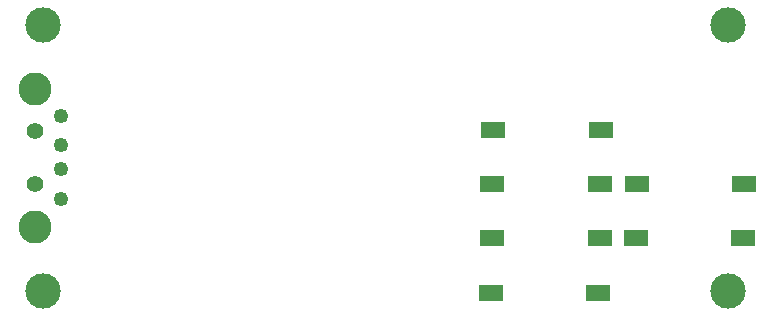
<source format=gts>
G04 #@! TF.FileFunction,Soldermask,Top*
%FSLAX46Y46*%
G04 Gerber Fmt 4.6, Leading zero omitted, Abs format (unit mm)*
G04 Created by KiCad (PCBNEW 4.0.7) date 04/07/18 15:07:49*
%MOMM*%
%LPD*%
G01*
G04 APERTURE LIST*
%ADD10C,0.100000*%
%ADD11R,2.100000X1.400000*%
%ADD12C,3.000000*%
%ADD13C,1.250000*%
%ADD14C,2.800000*%
%ADD15C,1.400000*%
G04 APERTURE END LIST*
D10*
D11*
X160011880Y-96709420D03*
X150911880Y-96709420D03*
X160111880Y-92109420D03*
X151011880Y-92109420D03*
X159911880Y-105909420D03*
X150811880Y-105909420D03*
X160011880Y-101309420D03*
X150911880Y-101309420D03*
D12*
X170911880Y-83259420D03*
X170911880Y-105759420D03*
X112911880Y-83259420D03*
X112911880Y-105759420D03*
D13*
X114411880Y-90959420D03*
X114411880Y-97959420D03*
X114411880Y-95459420D03*
X114411880Y-93459420D03*
D14*
X112211880Y-88659420D03*
X112211880Y-100359420D03*
D15*
X112211880Y-96709420D03*
X112211880Y-92209420D03*
D11*
X163161880Y-96709420D03*
X172261880Y-96709420D03*
X163061880Y-101309420D03*
X172161880Y-101309420D03*
M02*

</source>
